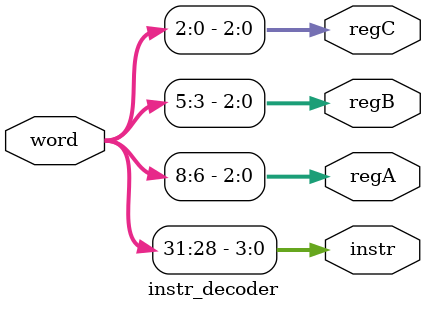
<source format=sv>

module instr_decoder(input [31:0] word,
                     output [3:0] instr,
                     output [2:0] regA,
                     output [2:0] regB,
                     output [2:0] regC);
    assign instr = word[31:28];
    assign regA = word[8:6];
    assign regB = word[5:3];
    assign regC = word[2:0];
endmodule

</source>
